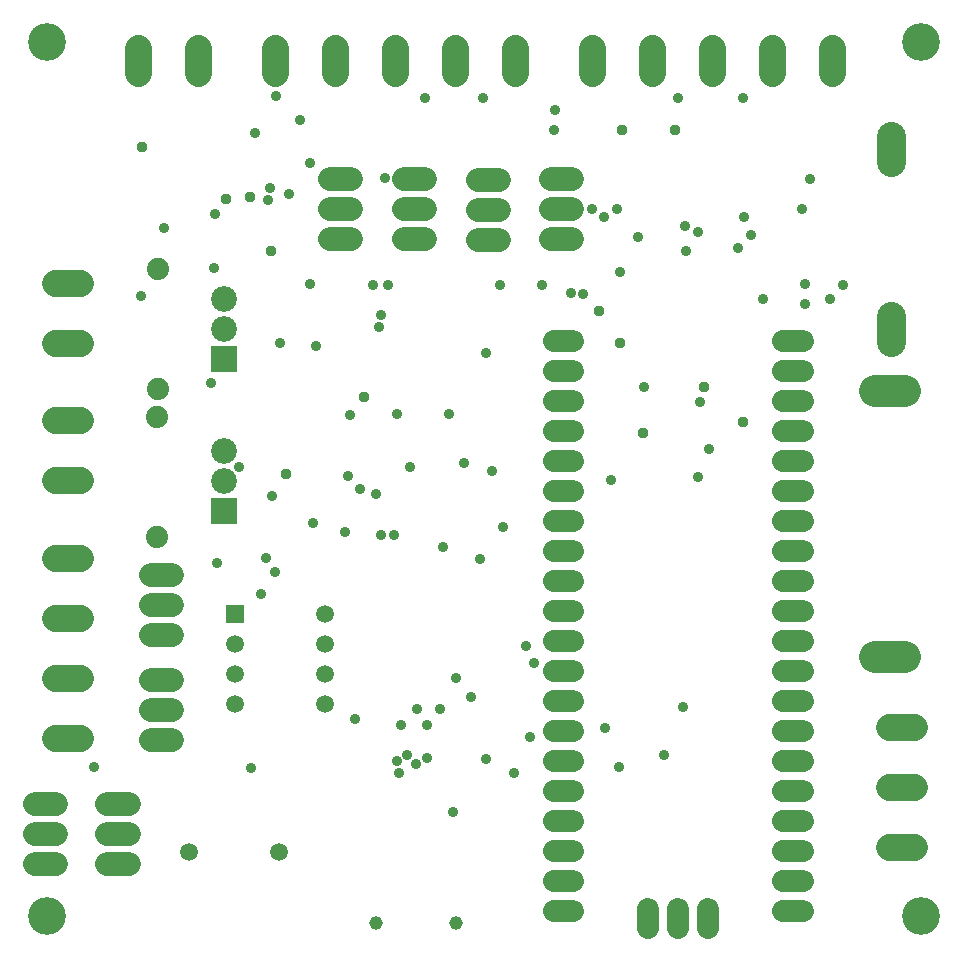
<source format=gbr>
G04 EAGLE Gerber RS-274X export*
G75*
%MOMM*%
%FSLAX34Y34*%
%LPD*%
%INSoldermask Bottom*%
%IPPOS*%
%AMOC8*
5,1,8,0,0,1.08239X$1,22.5*%
G01*
%ADD10C,3.203200*%
%ADD11C,1.879600*%
%ADD12C,2.003200*%
%ADD13C,2.298700*%
%ADD14C,1.853200*%
%ADD15R,1.511200X1.511200*%
%ADD16C,1.511200*%
%ADD17R,2.168200X2.168200*%
%ADD18C,2.168200*%
%ADD19C,2.451100*%
%ADD20C,2.743200*%
%ADD21C,1.153200*%
%ADD22C,0.959600*%
%ADD23C,0.909600*%


D10*
X770000Y30000D03*
X30000Y30000D03*
X30000Y770000D03*
X770000Y770000D03*
D11*
X123200Y452000D03*
X123200Y350400D03*
X123500Y577300D03*
X123500Y475700D03*
D12*
X37500Y124200D02*
X19500Y124200D01*
X19500Y98800D02*
X37500Y98800D01*
X37500Y73400D02*
X19500Y73400D01*
D13*
X36623Y180300D02*
X57578Y180300D01*
X57578Y231100D02*
X36623Y231100D01*
X36623Y281900D02*
X57578Y281900D01*
X57578Y332700D02*
X36623Y332700D01*
D14*
X458790Y516280D02*
X475290Y516280D01*
X475290Y490880D02*
X458790Y490880D01*
X458790Y465480D02*
X475290Y465480D01*
X475290Y440080D02*
X458790Y440080D01*
X458790Y414680D02*
X475290Y414680D01*
X475290Y389280D02*
X458790Y389280D01*
X458790Y363880D02*
X475290Y363880D01*
X475290Y338480D02*
X458790Y338480D01*
X458790Y313080D02*
X475290Y313080D01*
X475290Y287680D02*
X458790Y287680D01*
X458790Y262280D02*
X475290Y262280D01*
X475290Y236880D02*
X458790Y236880D01*
X458790Y211480D02*
X475290Y211480D01*
X475290Y186080D02*
X458790Y186080D01*
X458790Y160680D02*
X475290Y160680D01*
X475290Y135280D02*
X458790Y135280D01*
X458790Y109880D02*
X475290Y109880D01*
X475290Y84480D02*
X458790Y84480D01*
X458790Y59080D02*
X475290Y59080D01*
X475290Y33680D02*
X458790Y33680D01*
X653090Y33680D02*
X669590Y33680D01*
X669590Y59080D02*
X653090Y59080D01*
X653090Y84480D02*
X669590Y84480D01*
X669590Y109880D02*
X653090Y109880D01*
X653090Y135280D02*
X669590Y135280D01*
X669590Y160680D02*
X653090Y160680D01*
X653090Y186080D02*
X669590Y186080D01*
X669590Y211480D02*
X653090Y211480D01*
X653090Y236880D02*
X669590Y236880D01*
X669590Y262280D02*
X653090Y262280D01*
X653090Y287680D02*
X669590Y287680D01*
X669590Y313080D02*
X653090Y313080D01*
X653090Y338480D02*
X669590Y338480D01*
X669590Y363880D02*
X653090Y363880D01*
X653090Y389280D02*
X669590Y389280D01*
X669590Y414680D02*
X653090Y414680D01*
X653090Y440080D02*
X669590Y440080D01*
X669590Y465480D02*
X653090Y465480D01*
X653090Y490880D02*
X669590Y490880D01*
X669590Y516280D02*
X653090Y516280D01*
X538790Y35980D02*
X538790Y19480D01*
X564190Y19480D02*
X564190Y35980D01*
X589590Y35980D02*
X589590Y19480D01*
D12*
X287410Y653460D02*
X269410Y653460D01*
X269410Y628060D02*
X287410Y628060D01*
X287410Y602660D02*
X269410Y602660D01*
X331750Y653440D02*
X349750Y653440D01*
X349750Y628040D02*
X331750Y628040D01*
X331750Y602640D02*
X349750Y602640D01*
X394860Y653240D02*
X412860Y653240D01*
X412860Y627840D02*
X394860Y627840D01*
X394860Y602440D02*
X412860Y602440D01*
D13*
X57478Y398600D02*
X36523Y398600D01*
X36523Y449400D02*
X57478Y449400D01*
X57478Y514600D02*
X36523Y514600D01*
X36523Y565400D02*
X57478Y565400D01*
X106600Y743523D02*
X106600Y764478D01*
X157400Y764478D02*
X157400Y743523D01*
D12*
X136000Y178600D02*
X118000Y178600D01*
X118000Y204000D02*
X136000Y204000D01*
X136000Y229400D02*
X118000Y229400D01*
X118000Y267600D02*
X136000Y267600D01*
X136000Y293000D02*
X118000Y293000D01*
X118000Y318400D02*
X136000Y318400D01*
D15*
X188900Y285100D03*
D16*
X188900Y259700D03*
X188900Y234300D03*
X188900Y208900D03*
X265100Y208900D03*
X265100Y234300D03*
X265100Y259700D03*
X265100Y285100D03*
D17*
X180000Y372600D03*
D18*
X180000Y398000D03*
X180000Y423400D03*
D17*
X180000Y501600D03*
D18*
X180000Y527000D03*
X180000Y552400D03*
D12*
X99000Y73600D02*
X81000Y73600D01*
X81000Y99000D02*
X99000Y99000D01*
X99000Y124400D02*
X81000Y124400D01*
D13*
X743092Y190131D02*
X764047Y190131D01*
X764047Y139331D02*
X743092Y139331D01*
X743092Y88531D02*
X764047Y88531D01*
D16*
X150000Y84000D03*
X226000Y84000D03*
D19*
X744260Y515371D02*
X744260Y537850D01*
X744260Y667771D02*
X744260Y690250D01*
D20*
X756700Y248848D02*
X731300Y248848D01*
X731300Y473892D02*
X756700Y473892D01*
D12*
X474770Y653450D02*
X456770Y653450D01*
X456770Y628050D02*
X474770Y628050D01*
X474770Y602650D02*
X456770Y602650D01*
D13*
X222840Y743523D02*
X222840Y764478D01*
X273640Y764478D02*
X273640Y743523D01*
X324440Y743523D02*
X324440Y764478D01*
X375240Y764478D02*
X375240Y743523D01*
X426040Y743523D02*
X426040Y764478D01*
X491510Y764528D02*
X491510Y743573D01*
X542310Y743573D02*
X542310Y764528D01*
X593110Y764528D02*
X593110Y743573D01*
X643910Y743573D02*
X643910Y764528D01*
X694710Y764528D02*
X694710Y743573D01*
D21*
X308330Y23420D03*
X376330Y23420D03*
D22*
X110110Y681030D03*
X586430Y477920D03*
X619170Y448300D03*
X534240Y438960D03*
X181700Y637070D03*
X201860Y638630D03*
X219530Y592440D03*
X516300Y695160D03*
X561220Y695160D03*
X298350Y468780D03*
X232520Y403730D03*
X496910Y541700D03*
X514700Y515070D03*
D23*
X220000Y385000D03*
X671250Y547500D03*
X636250Y552500D03*
X285000Y402500D03*
X337530Y410310D03*
X382750Y413050D03*
X406250Y406250D03*
X70000Y156250D03*
X582500Y465000D03*
X535000Y477500D03*
X172500Y623750D03*
X171250Y578750D03*
X227500Y515000D03*
X255000Y362500D03*
X222590Y320830D03*
X335000Y166250D03*
X290680Y196830D03*
X396840Y331790D03*
X312500Y538750D03*
X252440Y564470D03*
X223750Y723750D03*
X257260Y512250D03*
X312500Y352500D03*
X590530Y425520D03*
X619270Y722190D03*
X365000Y342250D03*
X581250Y401250D03*
X615000Y595000D03*
X626250Y606250D03*
X570000Y613750D03*
X491650Y628560D03*
X413750Y563750D03*
X286250Y453750D03*
X282500Y355000D03*
X295000Y391250D03*
X668750Y628750D03*
X512500Y628750D03*
X473750Y557500D03*
X370000Y455000D03*
X620000Y621250D03*
X501250Y621250D03*
X448750Y563750D03*
X326250Y455000D03*
X323750Y352500D03*
X308350Y387420D03*
X570660Y593180D03*
X530000Y605000D03*
X460280Y712430D03*
X349780Y722440D03*
X315680Y654540D03*
X311250Y528750D03*
X306250Y563750D03*
X564350Y722270D03*
X398780Y722300D03*
X671760Y564930D03*
X218750Y646250D03*
X435000Y258750D03*
X214930Y332980D03*
X168750Y481250D03*
X109670Y554470D03*
X128750Y612500D03*
X252500Y667500D03*
X401250Y162500D03*
X376250Y231250D03*
X173750Y328750D03*
X192500Y410000D03*
X318750Y563750D03*
X217050Y635700D03*
X692500Y552500D03*
X703750Y563750D03*
X373750Y117500D03*
X202500Y155000D03*
X210730Y302140D03*
X442500Y243750D03*
X515220Y575060D03*
X235000Y641250D03*
X205810Y692460D03*
X243750Y703750D03*
X458750Y695000D03*
X483750Y556250D03*
X401310Y506470D03*
X416250Y358750D03*
X507500Y398750D03*
X581250Y608750D03*
X676250Y653750D03*
X326250Y161250D03*
X552500Y166250D03*
X351250Y191250D03*
X502240Y189030D03*
X362500Y205000D03*
X438750Y181250D03*
X513825Y155550D03*
X343280Y204980D03*
X425000Y151250D03*
X388875Y215475D03*
X568650Y206550D03*
X351250Y163750D03*
X327500Y151250D03*
X330000Y191250D03*
X342500Y158750D03*
M02*

</source>
